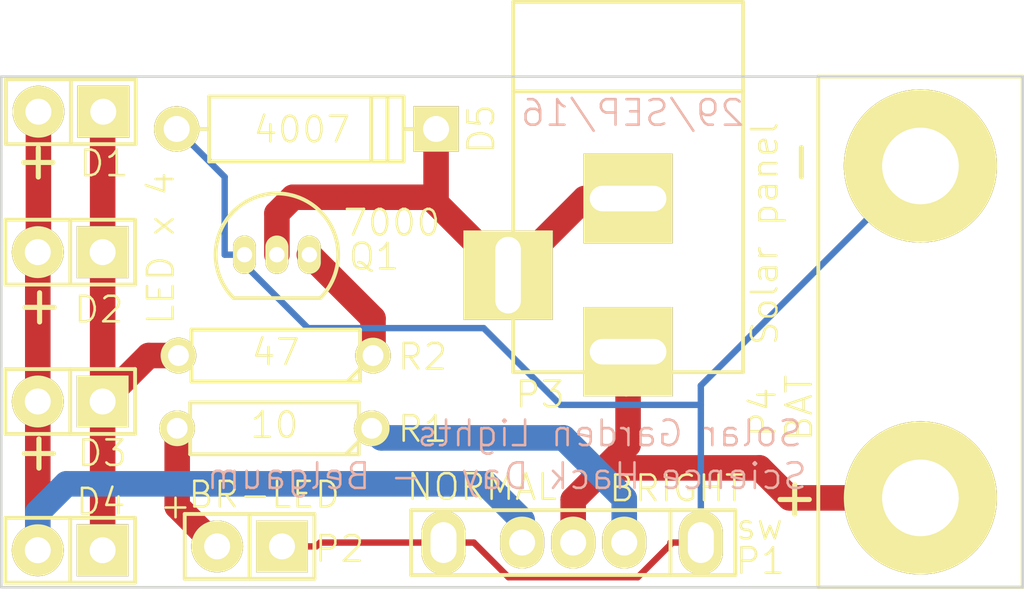
<source format=kicad_pcb>
(kicad_pcb (version 20171130) (host pcbnew "(5.1.12)-1")

  (general
    (thickness 1.6)
    (drawings 17)
    (tracks 66)
    (zones 0)
    (modules 12)
    (nets 9)
  )

  (page A4)
  (layers
    (0 F.Cu signal)
    (31 B.Cu signal)
    (32 B.Adhes user hide)
    (33 F.Adhes user hide)
    (34 B.Paste user hide)
    (35 F.Paste user hide)
    (36 B.SilkS user)
    (37 F.SilkS user hide)
    (38 B.Mask user)
    (39 F.Mask user)
    (40 Dwgs.User user)
    (41 Cmts.User user)
    (42 Eco1.User user)
    (43 Eco2.User user)
    (44 Edge.Cuts user)
    (45 Margin user)
    (46 B.CrtYd user)
    (47 F.CrtYd user)
    (48 B.Fab user)
    (49 F.Fab user)
  )

  (setup
    (last_trace_width 0.25)
    (user_trace_width 0.5)
    (user_trace_width 1)
    (trace_clearance 0.2)
    (zone_clearance 0.508)
    (zone_45_only no)
    (trace_min 0.2)
    (via_size 0.6)
    (via_drill 0.4)
    (via_min_size 0.4)
    (via_min_drill 0.3)
    (user_via 0.7112 0.508)
    (uvia_size 0.3)
    (uvia_drill 0.1)
    (uvias_allowed no)
    (uvia_min_size 0)
    (uvia_min_drill 0)
    (edge_width 0.1)
    (segment_width 0.2)
    (pcb_text_width 0.3)
    (pcb_text_size 1.5 1.5)
    (mod_edge_width 0.1)
    (mod_text_size 1 1)
    (mod_text_width 0.15)
    (pad_size 1.524 1.524)
    (pad_drill 0.7112)
    (pad_to_mask_clearance 0)
    (aux_axis_origin 0 0)
    (visible_elements 7FFFFF7F)
    (pcbplotparams
      (layerselection 0x010f0_80000001)
      (usegerberextensions false)
      (usegerberattributes true)
      (usegerberadvancedattributes true)
      (creategerberjobfile true)
      (excludeedgelayer true)
      (linewidth 0.100000)
      (plotframeref false)
      (viasonmask false)
      (mode 1)
      (useauxorigin false)
      (hpglpennumber 1)
      (hpglpenspeed 20)
      (hpglpendiameter 15.000000)
      (psnegative false)
      (psa4output false)
      (plotreference true)
      (plotvalue true)
      (plotinvisibletext false)
      (padsonsilk false)
      (subtractmaskfromsilk false)
      (outputformat 1)
      (mirror false)
      (drillshape 0)
      (scaleselection 1)
      (outputdirectory "Gerber/"))
  )

  (net 0 "")
  (net 1 GND)
  (net 2 "Net-(D1-Pad2)")
  (net 3 "Net-(D1-Pad1)")
  (net 4 "Net-(D5-Pad1)")
  (net 5 "Net-(P1-Pad2)")
  (net 6 "Net-(P2-Pad2)")
  (net 7 "Net-(Q1-Pad3)")
  (net 8 /+BAT)

  (net_class Default "This is the default net class."
    (clearance 0.2)
    (trace_width 0.25)
    (via_dia 0.6)
    (via_drill 0.4)
    (uvia_dia 0.3)
    (uvia_drill 0.1)
    (add_net /+BAT)
    (add_net GND)
    (add_net "Net-(D1-Pad1)")
    (add_net "Net-(D1-Pad2)")
    (add_net "Net-(D5-Pad1)")
    (add_net "Net-(P1-Pad2)")
    (add_net "Net-(P2-Pad2)")
    (add_net "Net-(Q1-Pad3)")
  )

  (module Headers:Pin_Header_Straight_1x02 (layer F.Cu) (tedit 57ED27F8) (tstamp 57ECF531)
    (at 50.5 42.8 180)
    (descr "Through hole pin header")
    (tags "pin header")
    (path /57EE2E16)
    (fp_text reference D1 (at -1.3 -2.025 180) (layer F.SilkS)
      (effects (font (size 1 1) (thickness 0.1)))
    )
    (fp_text value LED (at 0 0 180) (layer F.SilkS) hide
      (effects (font (size 1.27 1.27) (thickness 0.2032)))
    )
    (fp_line (start 2.54 -1.27) (end -2.54 -1.27) (layer F.SilkS) (width 0.15))
    (fp_line (start 2.54 1.27) (end 2.54 -1.27) (layer F.SilkS) (width 0.15))
    (fp_line (start 0 1.27) (end 2.54 1.27) (layer F.SilkS) (width 0.15))
    (fp_line (start -2.54 1.27) (end 0 1.27) (layer F.SilkS) (width 0.15))
    (fp_line (start -2.54 -1.27) (end -2.54 1.27) (layer F.SilkS) (width 0.15))
    (fp_line (start 0 -1.27) (end 0 1.27) (layer F.SilkS) (width 0.15))
    (pad 1 thru_hole rect (at -1.27 0 180) (size 2.032 2.032) (drill 1.016) (layers *.Cu *.Mask F.SilkS)
      (net 3 "Net-(D1-Pad1)"))
    (pad 2 thru_hole oval (at 1.27 0 180) (size 2.032 2.032) (drill 1.016) (layers *.Cu *.Mask F.SilkS)
      (net 2 "Net-(D1-Pad2)"))
    (model Pin_Headers/Pin_Header_Straight_1x02.wrl
      (at (xyz 0 0 0))
      (scale (xyz 1 1 1))
      (rotate (xyz 0 0 0))
    )
  )

  (module Headers:Pin_Header_Straight_1x02 (layer F.Cu) (tedit 57ED27CD) (tstamp 57ECF537)
    (at 50.475 48.3 180)
    (descr "Through hole pin header")
    (tags "pin header")
    (path /57EE2182)
    (fp_text reference D2 (at -1.125 -2.25 180) (layer F.SilkS)
      (effects (font (size 1 1) (thickness 0.1)))
    )
    (fp_text value LED (at 0 0 180) (layer F.SilkS) hide
      (effects (font (size 1.27 1.27) (thickness 0.2032)))
    )
    (fp_line (start 2.54 -1.27) (end -2.54 -1.27) (layer F.SilkS) (width 0.15))
    (fp_line (start 2.54 1.27) (end 2.54 -1.27) (layer F.SilkS) (width 0.15))
    (fp_line (start 0 1.27) (end 2.54 1.27) (layer F.SilkS) (width 0.15))
    (fp_line (start -2.54 1.27) (end 0 1.27) (layer F.SilkS) (width 0.15))
    (fp_line (start -2.54 -1.27) (end -2.54 1.27) (layer F.SilkS) (width 0.15))
    (fp_line (start 0 -1.27) (end 0 1.27) (layer F.SilkS) (width 0.15))
    (pad 1 thru_hole rect (at -1.27 0 180) (size 2.032 2.032) (drill 1.016) (layers *.Cu *.Mask F.SilkS)
      (net 3 "Net-(D1-Pad1)"))
    (pad 2 thru_hole oval (at 1.27 0 180) (size 2.032 2.032) (drill 1.016) (layers *.Cu *.Mask F.SilkS)
      (net 2 "Net-(D1-Pad2)"))
    (model Pin_Headers/Pin_Header_Straight_1x02.wrl
      (at (xyz 0 0 0))
      (scale (xyz 1 1 1))
      (rotate (xyz 0 0 0))
    )
  )

  (module Headers:Pin_Header_Straight_1x02 (layer F.Cu) (tedit 57ED27DB) (tstamp 57ECF53D)
    (at 50.475 54.15 180)
    (descr "Through hole pin header")
    (tags "pin header")
    (path /57EE2285)
    (fp_text reference D3 (at -1.25 -2.025 180) (layer F.SilkS)
      (effects (font (size 1 1) (thickness 0.1)))
    )
    (fp_text value LED (at 0 0 180) (layer F.SilkS) hide
      (effects (font (size 1.27 1.27) (thickness 0.2032)))
    )
    (fp_line (start 2.54 -1.27) (end -2.54 -1.27) (layer F.SilkS) (width 0.15))
    (fp_line (start 2.54 1.27) (end 2.54 -1.27) (layer F.SilkS) (width 0.15))
    (fp_line (start 0 1.27) (end 2.54 1.27) (layer F.SilkS) (width 0.15))
    (fp_line (start -2.54 1.27) (end 0 1.27) (layer F.SilkS) (width 0.15))
    (fp_line (start -2.54 -1.27) (end -2.54 1.27) (layer F.SilkS) (width 0.15))
    (fp_line (start 0 -1.27) (end 0 1.27) (layer F.SilkS) (width 0.15))
    (pad 1 thru_hole rect (at -1.27 0 180) (size 2.032 2.032) (drill 1.016) (layers *.Cu *.Mask F.SilkS)
      (net 3 "Net-(D1-Pad1)"))
    (pad 2 thru_hole oval (at 1.27 0 180) (size 2.032 2.032) (drill 1.016) (layers *.Cu *.Mask F.SilkS)
      (net 2 "Net-(D1-Pad2)"))
    (model Pin_Headers/Pin_Header_Straight_1x02.wrl
      (at (xyz 0 0 0))
      (scale (xyz 1 1 1))
      (rotate (xyz 0 0 0))
    )
  )

  (module Headers:Pin_Header_Straight_1x02 (layer F.Cu) (tedit 57ED27E3) (tstamp 57ECF543)
    (at 50.475 59.975 180)
    (descr "Through hole pin header")
    (tags "pin header")
    (path /57EE2465)
    (fp_text reference D4 (at -1.2 1.9 180) (layer F.SilkS)
      (effects (font (size 1 1) (thickness 0.1)))
    )
    (fp_text value LED (at 0 0 180) (layer F.SilkS) hide
      (effects (font (size 1.27 1.27) (thickness 0.2032)))
    )
    (fp_line (start 2.54 -1.27) (end -2.54 -1.27) (layer F.SilkS) (width 0.15))
    (fp_line (start 2.54 1.27) (end 2.54 -1.27) (layer F.SilkS) (width 0.15))
    (fp_line (start 0 1.27) (end 2.54 1.27) (layer F.SilkS) (width 0.15))
    (fp_line (start -2.54 1.27) (end 0 1.27) (layer F.SilkS) (width 0.15))
    (fp_line (start -2.54 -1.27) (end -2.54 1.27) (layer F.SilkS) (width 0.15))
    (fp_line (start 0 -1.27) (end 0 1.27) (layer F.SilkS) (width 0.15))
    (pad 1 thru_hole rect (at -1.27 0 180) (size 2.032 2.032) (drill 1.016) (layers *.Cu *.Mask F.SilkS)
      (net 3 "Net-(D1-Pad1)"))
    (pad 2 thru_hole oval (at 1.27 0 180) (size 2.032 2.032) (drill 1.016) (layers *.Cu *.Mask F.SilkS)
      (net 2 "Net-(D1-Pad2)"))
    (model Pin_Headers/Pin_Header_Straight_1x02.wrl
      (at (xyz 0 0 0))
      (scale (xyz 1 1 1))
      (rotate (xyz 0 0 0))
    )
  )

  (module Headers:Pin_Header_Straight_1x02 (layer F.Cu) (tedit 57ED226A) (tstamp 57ECF557)
    (at 57.5 59.825 180)
    (descr "Through hole pin header")
    (tags "pin header")
    (path /57EE0407)
    (fp_text reference P2 (at -3.525 -0.1 180) (layer F.SilkS)
      (effects (font (size 1 1) (thickness 0.1)))
    )
    (fp_text value BR-LED (at -0.575 2.025 180) (layer F.SilkS)
      (effects (font (size 1 1) (thickness 0.1)))
    )
    (fp_line (start 2.54 -1.27) (end -2.54 -1.27) (layer F.SilkS) (width 0.15))
    (fp_line (start 2.54 1.27) (end 2.54 -1.27) (layer F.SilkS) (width 0.15))
    (fp_line (start 0 1.27) (end 2.54 1.27) (layer F.SilkS) (width 0.15))
    (fp_line (start -2.54 1.27) (end 0 1.27) (layer F.SilkS) (width 0.15))
    (fp_line (start -2.54 -1.27) (end -2.54 1.27) (layer F.SilkS) (width 0.15))
    (fp_line (start 0 -1.27) (end 0 1.27) (layer F.SilkS) (width 0.15))
    (pad 1 thru_hole rect (at -1.27 0 180) (size 2.032 2.032) (drill 1.016) (layers *.Cu *.Mask F.SilkS)
      (net 1 GND))
    (pad 2 thru_hole oval (at 1.27 0 180) (size 2.032 2.032) (drill 1.016) (layers *.Cu *.Mask F.SilkS)
      (net 6 "Net-(P2-Pad2)"))
    (model Pin_Headers/Pin_Header_Straight_1x02.wrl
      (at (xyz 0 0 0))
      (scale (xyz 1 1 1))
      (rotate (xyz 0 0 0))
    )
  )

  (module Discret:D4 (layer F.Cu) (tedit 57ED2294) (tstamp 57ECF95C)
    (at 59.725 43.475)
    (descr "Diode 4 pas")
    (tags "DIODE DEV")
    (path /57EDEE0C)
    (fp_text reference D5 (at 6.85 0 90) (layer F.SilkS)
      (effects (font (size 1 1) (thickness 0.1)))
    )
    (fp_text value 4007 (at -0.175 0.025) (layer F.SilkS)
      (effects (font (size 1 1) (thickness 0.1)))
    )
    (fp_line (start 3.81 0) (end 5.08 0) (layer F.SilkS) (width 0.15))
    (fp_line (start -3.81 0) (end -5.08 0) (layer F.SilkS) (width 0.15))
    (fp_line (start 2.54 1.27) (end 2.54 -1.27) (layer F.SilkS) (width 0.15))
    (fp_line (start 3.175 -1.27) (end 3.175 1.27) (layer F.SilkS) (width 0.15))
    (fp_line (start -3.81 1.27) (end -3.81 -1.27) (layer F.SilkS) (width 0.15))
    (fp_line (start 3.81 1.27) (end -3.81 1.27) (layer F.SilkS) (width 0.15))
    (fp_line (start 3.81 -1.27) (end 3.81 1.27) (layer F.SilkS) (width 0.15))
    (fp_line (start -3.81 -1.27) (end 3.81 -1.27) (layer F.SilkS) (width 0.15))
    (pad 2 thru_hole circle (at -5.08 0) (size 1.778 1.778) (drill 1.016) (layers *.Cu *.Mask F.SilkS)
      (net 1 GND))
    (pad 1 thru_hole rect (at 5.08 0) (size 1.778 1.778) (drill 1.016) (layers *.Cu *.Mask F.SilkS)
      (net 4 "Net-(D5-Pad1)"))
    (model Discret.3dshapes/D4.wrl
      (at (xyz 0 0 0))
      (scale (xyz 0.4 0.4 0.4))
      (rotate (xyz 0 0 0))
    )
  )

  (module Discret:R3 (layer F.Cu) (tedit 57ED22C2) (tstamp 57ECF961)
    (at 58.475 55.2 180)
    (descr "Resitance 3 pas")
    (tags R)
    (path /57EE098D)
    (fp_text reference R1 (at -5.8 -0.025 180) (layer F.SilkS)
      (effects (font (size 1 1) (thickness 0.1)))
    )
    (fp_text value 10 (at 0 0.127 180) (layer F.SilkS)
      (effects (font (size 1 1) (thickness 0.1)))
    )
    (fp_line (start -3.302 -0.508) (end -2.794 -1.016) (layer F.SilkS) (width 0.15))
    (fp_line (start 3.302 1.016) (end 3.302 0) (layer F.SilkS) (width 0.15))
    (fp_line (start -3.302 1.016) (end 3.302 1.016) (layer F.SilkS) (width 0.15))
    (fp_line (start -3.302 -1.016) (end -3.302 1.016) (layer F.SilkS) (width 0.15))
    (fp_line (start 3.302 -1.016) (end -3.302 -1.016) (layer F.SilkS) (width 0.15))
    (fp_line (start 3.302 0) (end 3.302 -1.016) (layer F.SilkS) (width 0.15))
    (fp_line (start 3.81 0) (end 3.302 0) (layer F.SilkS) (width 0.15))
    (fp_line (start -3.81 0) (end -3.302 0) (layer F.SilkS) (width 0.15))
    (pad 1 thru_hole circle (at -3.81 0 180) (size 1.397 1.397) (drill 0.8128) (layers *.Cu *.Mask F.SilkS)
      (net 5 "Net-(P1-Pad2)"))
    (pad 2 thru_hole circle (at 3.81 0 180) (size 1.397 1.397) (drill 0.8128) (layers *.Cu *.Mask F.SilkS)
      (net 6 "Net-(P2-Pad2)"))
    (model Discret.3dshapes/R3.wrl
      (at (xyz 0 0 0))
      (scale (xyz 0.3 0.3 0.3))
      (rotate (xyz 0 0 0))
    )
  )

  (module Discret:R3 (layer F.Cu) (tedit 57ED22B6) (tstamp 57ECF966)
    (at 58.525 52.35 180)
    (descr "Resitance 3 pas")
    (tags R)
    (path /57EE35CE)
    (fp_text reference R2 (at -5.75 -0.05 180) (layer F.SilkS)
      (effects (font (size 1 1) (thickness 0.1)))
    )
    (fp_text value 47 (at 0 0.127 180) (layer F.SilkS)
      (effects (font (size 1 1) (thickness 0.1)))
    )
    (fp_line (start -3.302 -0.508) (end -2.794 -1.016) (layer F.SilkS) (width 0.15))
    (fp_line (start 3.302 1.016) (end 3.302 0) (layer F.SilkS) (width 0.15))
    (fp_line (start -3.302 1.016) (end 3.302 1.016) (layer F.SilkS) (width 0.15))
    (fp_line (start -3.302 -1.016) (end -3.302 1.016) (layer F.SilkS) (width 0.15))
    (fp_line (start 3.302 -1.016) (end -3.302 -1.016) (layer F.SilkS) (width 0.15))
    (fp_line (start 3.302 0) (end 3.302 -1.016) (layer F.SilkS) (width 0.15))
    (fp_line (start 3.81 0) (end 3.302 0) (layer F.SilkS) (width 0.15))
    (fp_line (start -3.81 0) (end -3.302 0) (layer F.SilkS) (width 0.15))
    (pad 1 thru_hole circle (at -3.81 0 180) (size 1.397 1.397) (drill 0.8128) (layers *.Cu *.Mask F.SilkS)
      (net 7 "Net-(Q1-Pad3)"))
    (pad 2 thru_hole circle (at 3.81 0 180) (size 1.397 1.397) (drill 0.8128) (layers *.Cu *.Mask F.SilkS)
      (net 3 "Net-(D1-Pad1)"))
    (model Discret.3dshapes/R3.wrl
      (at (xyz 0 0 0))
      (scale (xyz 0.3 0.3 0.3))
      (rotate (xyz 0 0 0))
    )
  )

  (module MyLib:bat-LA (layer F.Cu) (tedit 57ED2155) (tstamp 57ECFB4B)
    (at 83.775 51.425 270)
    (descr "Through hole pin header")
    (tags "pin header")
    (path /57EDF025)
    (fp_text reference P4 (at 3.15 6.175 270) (layer F.SilkS)
      (effects (font (size 1 1) (thickness 0.1)))
    )
    (fp_text value BAT (at 2.975 4.75 270) (layer F.SilkS)
      (effects (font (size 1 1) (thickness 0.1)))
    )
    (fp_line (start 10 -4) (end -10 -4) (layer F.SilkS) (width 0.15))
    (fp_line (start 10 4) (end 10 -4) (layer F.SilkS) (width 0.15))
    (fp_line (start -10 4) (end 10 4) (layer F.SilkS) (width 0.15))
    (fp_line (start -10 -4) (end -10 4) (layer F.SilkS) (width 0.15))
    (pad 1 thru_hole circle (at -6.5 0 270) (size 6 6) (drill 3) (layers *.Cu *.Mask F.SilkS)
      (net 1 GND))
    (pad 2 thru_hole oval (at 6.5 0 270) (size 6 6) (drill 3) (layers *.Cu *.Mask F.SilkS)
      (net 8 /+BAT))
    (model Pin_Headers/Pin_Header_Straight_1x02.wrl
      (at (xyz 0 0 0))
      (scale (xyz 1 1 1))
      (rotate (xyz 0 0 0))
    )
  )

  (module TO92:TO-92_Inline_Narrow_Oval (layer F.Cu) (tedit 57ED229F) (tstamp 57ECFBE4)
    (at 57.3 48.4)
    (descr "TO-92 leads in-line, narrow, oval pads, drill 0.6mm (see NXP sot054_po.pdf)")
    (tags "to-92 sc-43 sc-43a sot54 PA33 transistor")
    (path /57EDE241)
    (fp_text reference Q1 (at 5.075 0.075) (layer F.SilkS)
      (effects (font (size 1 1) (thickness 0.1)))
    )
    (fp_text value 7000 (at 5.775 -1.25) (layer F.SilkS)
      (effects (font (size 1 1) (thickness 0.1)))
    )
    (fp_line (start 3.95 1.95) (end 3.95 -2.65) (layer F.CrtYd) (width 0.05))
    (fp_line (start -1.4 -2.65) (end 3.95 -2.65) (layer F.CrtYd) (width 0.05))
    (fp_line (start -0.43 1.7) (end 2.97 1.7) (layer F.SilkS) (width 0.15))
    (fp_line (start -1.4 1.95) (end 3.95 1.95) (layer F.CrtYd) (width 0.05))
    (fp_line (start -1.4 1.95) (end -1.4 -2.65) (layer F.CrtYd) (width 0.05))
    (fp_arc (start 1.27 0) (end 1.27 -2.4) (angle -135) (layer F.SilkS) (width 0.15))
    (fp_arc (start 1.27 0) (end 1.27 -2.4) (angle 135) (layer F.SilkS) (width 0.15))
    (pad 2 thru_hole oval (at 1.27 0 180) (size 0.89916 1.50114) (drill 0.6) (layers *.Cu *.Mask F.SilkS)
      (net 4 "Net-(D5-Pad1)"))
    (pad 3 thru_hole oval (at 2.54 0 180) (size 0.89916 1.50114) (drill 0.6) (layers *.Cu *.Mask F.SilkS)
      (net 7 "Net-(Q1-Pad3)"))
    (pad 1 thru_hole oval (at 0 0 180) (size 0.89916 1.50114) (drill 0.6) (layers *.Cu *.Mask F.SilkS)
      (net 1 GND))
    (model Housings_TO-92.3dshapes/TO-92_Inline_Narrow_Oval.wrl
      (offset (xyz 1.269999980926514 0 0))
      (scale (xyz 1 1 1))
      (rotate (xyz 0 0 -90))
    )
  )

  (module Connector:BARREL_JACK (layer F.Cu) (tedit 57ED22AF) (tstamp 57ECFC10)
    (at 72.325 46 270)
    (descr "DC Barrel Jack")
    (tags "Power Jack")
    (path /57ECFCCB)
    (fp_text reference P3 (at 7.875 3.45) (layer F.SilkS)
      (effects (font (size 1 1) (thickness 0.1)))
    )
    (fp_text value "Solar panel" (at 1.575 -5.35 270) (layer F.SilkS)
      (effects (font (size 1 1) (thickness 0.1)))
    )
    (fp_line (start 7.00024 -4.50088) (end -7.50062 -4.50088) (layer F.SilkS) (width 0.15))
    (fp_line (start 7.00024 4.50088) (end 7.00024 -4.50088) (layer F.SilkS) (width 0.15))
    (fp_line (start -7.50062 4.50088) (end 7.00024 4.50088) (layer F.SilkS) (width 0.15))
    (fp_line (start -7.50062 -4.50088) (end -7.50062 4.50088) (layer F.SilkS) (width 0.15))
    (fp_line (start -4.0005 -4.50088) (end -4.0005 4.50088) (layer F.SilkS) (width 0.15))
    (pad 1 thru_hole rect (at 6.20014 0 270) (size 3.50012 3.50012) (drill oval 1.00076 2.99974) (layers *.Cu *.Mask F.SilkS)
      (net 8 /+BAT))
    (pad 2 thru_hole rect (at 0.20066 0 270) (size 3.50012 3.50012) (drill oval 1.00076 2.99974) (layers *.Cu *.Mask F.SilkS)
      (net 4 "Net-(D5-Pad1)"))
    (pad 3 thru_hole rect (at 3.2004 4.699 270) (size 3.50012 3.50012) (drill oval 2.99974 1.00076) (layers *.Cu *.Mask F.SilkS)
      (net 4 "Net-(D5-Pad1)"))
  )

  (module MyLib:switch-2way (layer F.Cu) (tedit 57ED2174) (tstamp 57ED0442)
    (at 70.175 59.675 180)
    (descr "Through hole pin header")
    (tags "pin header")
    (path /57ED0478)
    (fp_text reference P1 (at -7.325 -0.725 180) (layer F.SilkS)
      (effects (font (size 1 1) (thickness 0.1)))
    )
    (fp_text value sw (at -7.3 0.625 180) (layer F.SilkS)
      (effects (font (size 1 1) (thickness 0.1)))
    )
    (fp_line (start -6.35 1.27) (end -3.81 1.27) (layer F.SilkS) (width 0.15))
    (fp_line (start -6.35 -1.27) (end -6.35 1.27) (layer F.SilkS) (width 0.15))
    (fp_line (start -3.81 -1.27) (end -3.81 1.27) (layer F.SilkS) (width 0.15))
    (fp_line (start -6.35 -1.27) (end -3.81 -1.27) (layer F.SilkS) (width 0.15))
    (fp_line (start 6.35 1.27) (end -3.81 1.27) (layer F.SilkS) (width 0.15))
    (fp_line (start 6.35 -1.27) (end 6.35 1.27) (layer F.SilkS) (width 0.15))
    (fp_line (start -3.81 -1.27) (end 6.35 -1.27) (layer F.SilkS) (width 0.15))
    (pad 1 thru_hole oval (at -5 0 180) (size 1.7272 2.5) (drill oval 1.016 1.6) (layers *.Cu *.Mask F.SilkS)
      (net 1 GND))
    (pad 2 thru_hole oval (at -2 0 180) (size 1.7272 2.032) (drill 1.016) (layers *.Cu *.Mask F.SilkS)
      (net 5 "Net-(P1-Pad2)"))
    (pad 3 thru_hole oval (at 0 0 180) (size 1.7272 2.032) (drill 1.016) (layers *.Cu *.Mask F.SilkS)
      (net 8 /+BAT))
    (pad 4 thru_hole oval (at 2 0 180) (size 1.7272 2.032) (drill 1.016) (layers *.Cu *.Mask F.SilkS)
      (net 2 "Net-(D1-Pad2)"))
    (pad 5 thru_hole oval (at 5.08 0 180) (size 1.7272 2.5) (drill oval 1.016 1.6) (layers *.Cu *.Mask F.SilkS)
      (net 1 GND))
    (model Pin_Headers/Pin_Header_Straight_1x05.wrl
      (at (xyz 0 0 0))
      (scale (xyz 1 1 1))
      (rotate (xyz 0 0 0))
    )
  )

  (gr_text 29/SEP/16 (at 72.5 42.85) (layer B.SilkS)
    (effects (font (size 1 1) (thickness 0.1)) (justify mirror))
  )
  (gr_text "Science Hack Day  - Belgaum" (at 67.575 57.075) (layer B.SilkS)
    (effects (font (size 1 1) (thickness 0.1)) (justify mirror))
  )
  (gr_text "Solar Garden Lights" (at 71.6 55.4) (layer B.SilkS)
    (effects (font (size 1 1) (thickness 0.1)) (justify mirror))
  )
  (gr_text NORMAL (at 66.6 57.5) (layer F.SilkS)
    (effects (font (size 1 1) (thickness 0.1)))
  )
  (gr_text BRIGHT (at 74.225 57.55) (layer F.SilkS)
    (effects (font (size 1 1) (thickness 0.1)))
  )
  (gr_text "LED x 4" (at 54.025 48.15 90) (layer F.SilkS)
    (effects (font (size 1 1) (thickness 0.1)))
  )
  (gr_text + (at 54.6 58.225) (layer F.SilkS)
    (effects (font (size 1 1) (thickness 0.1)))
  )
  (gr_text + (at 49.25 56.075) (layer F.SilkS)
    (effects (font (size 1.5 1.5) (thickness 0.2)))
  )
  (gr_text + (at 49.275 50.35) (layer F.SilkS)
    (effects (font (size 1.5 1.5) (thickness 0.2)))
  )
  (gr_text + (at 49.225 44.675) (layer F.SilkS)
    (effects (font (size 1.5 1.5) (thickness 0.2)))
  )
  (gr_text - (at 79 44.775 90) (layer F.SilkS)
    (effects (font (size 1.5 1.5) (thickness 0.2)))
  )
  (gr_text + (at 72.25 53.175) (layer F.SilkS)
    (effects (font (size 1.5 1.5) (thickness 0.2)))
  )
  (gr_text + (at 78.85 57.875) (layer F.SilkS)
    (effects (font (size 1.5 1.5) (thickness 0.2)))
  )
  (gr_line (start 47.775 41.425) (end 87.775 41.425) (angle 90) (layer Edge.Cuts) (width 0.1))
  (gr_line (start 47.775 61.425) (end 47.775 41.425) (angle 90) (layer Edge.Cuts) (width 0.1))
  (gr_line (start 87.775 61.425) (end 47.775 61.425) (angle 90) (layer Edge.Cuts) (width 0.1))
  (gr_line (start 87.775 41.425) (end 87.775 61.425) (angle 90) (layer Edge.Cuts) (width 0.1))

  (segment (start 75.175 54.2826) (end 75.175 59.675) (width 0.25) (layer B.Cu) (net 1))
  (segment (start 83.775 44.925) (end 75.175 53.525) (width 0.25) (layer B.Cu) (net 1))
  (segment (start 75.175 53.525) (end 75.175 54.2826) (width 0.25) (layer B.Cu) (net 1))
  (segment (start 56.9127 48.4) (end 59.7884 51.2757) (width 0.25) (layer B.Cu) (net 1))
  (segment (start 59.7884 51.2757) (end 66.6677 51.2757) (width 0.25) (layer B.Cu) (net 1))
  (segment (start 66.6677 51.2757) (end 69.6746 54.2826) (width 0.25) (layer B.Cu) (net 1))
  (segment (start 69.6746 54.2826) (end 75.175 54.2826) (width 0.25) (layer B.Cu) (net 1))
  (segment (start 56.9127 48.4) (end 56.5253 48.4) (width 0.25) (layer B.Cu) (net 1))
  (segment (start 57.3 48.4) (end 56.9127 48.4) (width 0.25) (layer B.Cu) (net 1))
  (segment (start 56.5253 48.4) (end 56.5253 45.3553) (width 0.25) (layer B.Cu) (net 1))
  (segment (start 56.5253 45.3553) (end 54.645 43.475) (width 0.25) (layer B.Cu) (net 1))
  (segment (start 65.095 59.675) (end 66.2837 59.675) (width 0.25) (layer F.Cu) (net 1))
  (segment (start 75.175 59.675) (end 73.9863 59.675) (width 0.25) (layer F.Cu) (net 1))
  (segment (start 73.9863 59.675) (end 73.9863 59.7493) (width 0.25) (layer F.Cu) (net 1))
  (segment (start 73.9863 59.7493) (end 72.7024 61.0332) (width 0.25) (layer F.Cu) (net 1))
  (segment (start 72.7024 61.0332) (end 67.6419 61.0332) (width 0.25) (layer F.Cu) (net 1))
  (segment (start 67.6419 61.0332) (end 66.2837 59.675) (width 0.25) (layer F.Cu) (net 1))
  (segment (start 58.77 59.825) (end 60.1111 59.825) (width 0.25) (layer F.Cu) (net 1))
  (segment (start 65.095 59.675) (end 60.2611 59.675) (width 0.25) (layer F.Cu) (net 1))
  (segment (start 60.2611 59.675) (end 60.1111 59.825) (width 0.25) (layer F.Cu) (net 1))
  (segment (start 68.175 58.95) (end 68.175 59.675) (width 1) (layer B.Cu) (net 2))
  (segment (start 68.175 59.675) (end 68.175 58.95) (width 1) (layer B.Cu) (net 2))
  (segment (start 49.23 42.8) (end 49.23 48.275) (width 1) (layer F.Cu) (net 2))
  (segment (start 49.23 48.275) (end 49.205 48.3) (width 1) (layer F.Cu) (net 2))
  (segment (start 49.205 48.3) (end 49.205 54.15) (width 1) (layer F.Cu) (net 2))
  (segment (start 49.205 54.15) (end 49.205 59.975) (width 1) (layer F.Cu) (net 2))
  (segment (start 49.205 59.975) (end 49.205 58.495) (width 1) (layer B.Cu) (net 2))
  (segment (start 49.205 58.495) (end 50.325 57.375) (width 1) (layer B.Cu) (net 2))
  (segment (start 50.325 57.375) (end 66.75 57.375) (width 1) (layer B.Cu) (net 2))
  (segment (start 66.75 57.375) (end 68.175 58.8) (width 1) (layer B.Cu) (net 2))
  (segment (start 68.175 58.8) (end 68.175 58.95) (width 1) (layer B.Cu) (net 2))
  (segment (start 51.745 59.975) (end 51.745 54.15) (width 1) (layer F.Cu) (net 3))
  (segment (start 51.745 54.15) (end 51.745 48.3) (width 1) (layer F.Cu) (net 3))
  (segment (start 51.745 48.3) (end 51.745 42.825) (width 1) (layer F.Cu) (net 3))
  (segment (start 51.745 42.825) (end 51.77 42.8) (width 1) (layer F.Cu) (net 3))
  (segment (start 54.715 52.35) (end 53.545 52.35) (width 1) (layer F.Cu) (net 3))
  (segment (start 53.545 52.35) (end 51.745 54.15) (width 1) (layer F.Cu) (net 3))
  (segment (start 64.805 46.3794) (end 67.626 49.2004) (width 1) (layer F.Cu) (net 4))
  (segment (start 64.805 43.475) (end 64.805 46.3794) (width 1) (layer F.Cu) (net 4))
  (segment (start 64.805 46.3794) (end 67.626 49.2004) (width 1) (layer F.Cu) (net 4))
  (segment (start 72.325 46.2007) (end 70.6257 46.2007) (width 1) (layer F.Cu) (net 4))
  (segment (start 70.6257 46.2007) (end 67.626 49.2004) (width 1) (layer F.Cu) (net 4))
  (segment (start 58.57 48.4) (end 58.57 46.78) (width 1) (layer F.Cu) (net 4))
  (segment (start 58.57 46.78) (end 59.2 46.15) (width 1) (layer F.Cu) (net 4))
  (segment (start 59.2 46.15) (end 64.5756 46.15) (width 1) (layer F.Cu) (net 4))
  (segment (start 64.5756 46.15) (end 64.805 46.3794) (width 1) (layer F.Cu) (net 4))
  (segment (start 72.175 58.95) (end 72.175 57.95) (width 1) (layer B.Cu) (net 5))
  (segment (start 72.175 57.95) (end 69.8 55.575) (width 1) (layer B.Cu) (net 5))
  (segment (start 69.8 55.575) (end 62.66 55.575) (width 1) (layer B.Cu) (net 5))
  (segment (start 62.66 55.575) (end 62.285 55.2) (width 1) (layer B.Cu) (net 5))
  (segment (start 72.175 59.675) (end 72.175 58.95) (width 1) (layer B.Cu) (net 5))
  (segment (start 72.175 59.675) (end 72.175 58.95) (width 1) (layer B.Cu) (net 5))
  (segment (start 54.665 55.2) (end 54.665 58.26) (width 1) (layer F.Cu) (net 6))
  (segment (start 54.665 58.26) (end 56.23 59.825) (width 1) (layer F.Cu) (net 6))
  (segment (start 62.335 52.35) (end 62.335 50.895) (width 1) (layer F.Cu) (net 7))
  (segment (start 62.335 50.895) (end 59.84 48.4) (width 1) (layer F.Cu) (net 7))
  (segment (start 71.425 56.75) (end 70.175 58) (width 1) (layer F.Cu) (net 8))
  (segment (start 83.75 57.925) (end 78.65 57.925) (width 1) (layer F.Cu) (net 8))
  (segment (start 78.65 57.925) (end 77.475 56.75) (width 1) (layer F.Cu) (net 8))
  (segment (start 77.475 56.75) (end 71.425 56.75) (width 1) (layer F.Cu) (net 8))
  (segment (start 71.425 56.75) (end 70.175 58) (width 1) (layer F.Cu) (net 8))
  (segment (start 72.325 52.2001) (end 72.325 55.85) (width 1) (layer F.Cu) (net 8))
  (segment (start 72.325 55.85) (end 71.425 56.75) (width 1) (layer F.Cu) (net 8))
  (segment (start 83.775 57.925) (end 83.75 57.925) (width 1) (layer F.Cu) (net 8))
  (segment (start 83.775 57.925) (end 83.75 57.925) (width 1) (layer F.Cu) (net 8))
  (segment (start 70.175 58) (end 70.175 59.675) (width 1) (layer F.Cu) (net 8))

)

</source>
